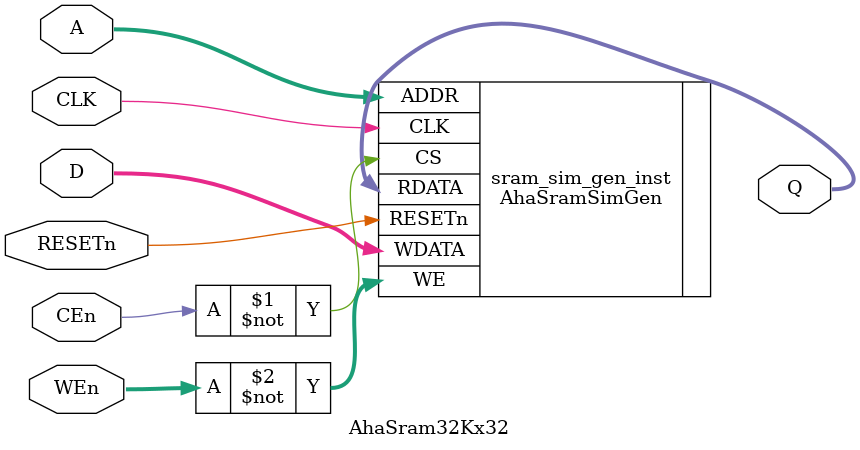
<source format=v>

module AhaSram32Kx32 #( parameter IMAGE_FILE = "None" )
(
    input   wire            CLK,
    input   wire            RESETn,
    input   wire            CEn,
    input   wire [3:0]      WEn,
    input   wire [14:0]     A,
    input   wire [31:0]     D,
    output  wire [31:0]     Q
);

    //
    // Instantiate SIM SRAM Generator
    //

    AhaSramSimGen #(
        .ADDR_WIDTH         (15),
        .DATA_WIDTH         (32),
        .IMAGE_FILE         (IMAGE_FILE)
    ) sram_sim_gen_inst  (
        .CLK                (CLK),
        .RESETn             (RESETn),
        .CS                 (~CEn),
        .WE                 (~WEn),
        .ADDR               (A),
        .WDATA              (D),
        .RDATA              (Q)
    );

endmodule

</source>
